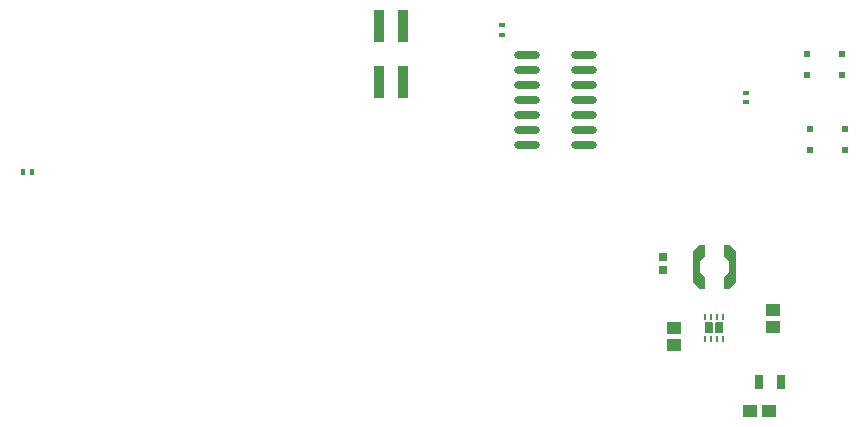
<source format=gtp>
G04*
G04 #@! TF.GenerationSoftware,Altium Limited,Altium Designer,25.8.1 (18)*
G04*
G04 Layer_Color=8421504*
%FSLAX44Y44*%
%MOMM*%
G71*
G04*
G04 #@! TF.SameCoordinates,0E36A995-5994-4D59-ADB7-A1CD213CA6DD*
G04*
G04*
G04 #@! TF.FilePolarity,Positive*
G04*
G01*
G75*
%ADD15R,0.4000X0.5000*%
%ADD16R,0.5500X0.6000*%
%ADD17R,1.3082X1.0057*%
%ADD18R,1.1581X1.0121*%
G04:AMPARAMS|DCode=19|XSize=0.5mm|YSize=0.25mm|CornerRadius=0.05mm|HoleSize=0mm|Usage=FLASHONLY|Rotation=90.000|XOffset=0mm|YOffset=0mm|HoleType=Round|Shape=RoundedRectangle|*
%AMROUNDEDRECTD19*
21,1,0.5000,0.1500,0,0,90.0*
21,1,0.4000,0.2500,0,0,90.0*
1,1,0.1000,0.0750,0.2000*
1,1,0.1000,0.0750,-0.2000*
1,1,0.1000,-0.0750,-0.2000*
1,1,0.1000,-0.0750,0.2000*
%
%ADD19ROUNDEDRECTD19*%
%ADD20R,0.5000X0.4000*%
%ADD21O,2.2000X0.6000*%
%ADD22R,0.7000X1.1500*%
%ADD23R,0.7500X0.6500*%
%ADD24R,0.8900X2.7500*%
G36*
X1586985Y737630D02*
X1586886D01*
X1586702Y737706D01*
X1586561Y737847D01*
X1586485Y738030D01*
Y738130D01*
D01*
Y746130D01*
Y746229D01*
X1586561Y746413D01*
X1586702Y746554D01*
X1586886Y746630D01*
X1586985D01*
D01*
X1592985D01*
X1593084D01*
X1593268Y746554D01*
X1593409Y746413D01*
X1593485Y746229D01*
Y746130D01*
D01*
Y738130D01*
Y738030D01*
X1593409Y737847D01*
X1593268Y737706D01*
X1593084Y737630D01*
X1592985D01*
D01*
X1586985D01*
D02*
G37*
G36*
X1595985D02*
X1595885D01*
X1595702Y737706D01*
X1595561Y737847D01*
X1595485Y738030D01*
Y738130D01*
D01*
Y746130D01*
Y746229D01*
X1595561Y746413D01*
X1595702Y746554D01*
X1595885Y746630D01*
X1595985D01*
D01*
X1601985D01*
X1602085D01*
X1602268Y746554D01*
X1602409Y746413D01*
X1602485Y746229D01*
Y746130D01*
D01*
Y738130D01*
Y738030D01*
X1602409Y737847D01*
X1602268Y737706D01*
X1602085Y737630D01*
X1601985D01*
D01*
X1595985D01*
D02*
G37*
G36*
X1586862Y802707D02*
X1582363Y798262D01*
Y789452D01*
X1586862Y785007D01*
Y775357D01*
X1581613D01*
X1576363Y780607D01*
Y807107D01*
X1581613Y812357D01*
X1586862D01*
Y802707D01*
D02*
G37*
G36*
X1613362Y807107D02*
Y780607D01*
X1608113Y775357D01*
X1602863D01*
Y785007D01*
X1607363Y789452D01*
Y798262D01*
X1602863Y802707D01*
Y812357D01*
X1608113D01*
X1613362Y807107D01*
D02*
G37*
D15*
X1017460Y873760D02*
D03*
X1009460D02*
D03*
D16*
X1675620Y910700D02*
D03*
X1673080Y974200D02*
D03*
X1705120Y892700D02*
D03*
Y910700D02*
D03*
X1675620Y892700D02*
D03*
X1702580Y956200D02*
D03*
Y974200D02*
D03*
X1673080Y956200D02*
D03*
D17*
X1644015Y742488D02*
D03*
X1560195Y741772D02*
D03*
X1644015Y757012D02*
D03*
X1560195Y727248D02*
D03*
D18*
X1641240Y671830D02*
D03*
X1625200D02*
D03*
D19*
X1586985Y732630D02*
D03*
X1596985Y751630D02*
D03*
X1591985Y732630D02*
D03*
X1596985D02*
D03*
X1601985D02*
D03*
Y751630D02*
D03*
X1591985D02*
D03*
X1586985D02*
D03*
D20*
X1621790Y933260D02*
D03*
X1414780Y998410D02*
D03*
X1621790Y941260D02*
D03*
X1414780Y990410D02*
D03*
D21*
X1484500Y972820D02*
D03*
X1436500D02*
D03*
Y960120D02*
D03*
Y947420D02*
D03*
Y934720D02*
D03*
Y922020D02*
D03*
Y909320D02*
D03*
Y896620D02*
D03*
X1484500Y947420D02*
D03*
Y934720D02*
D03*
Y922020D02*
D03*
Y909320D02*
D03*
Y896620D02*
D03*
Y960120D02*
D03*
D22*
X1651610Y695960D02*
D03*
X1632610D02*
D03*
D23*
X1551305Y802240D02*
D03*
Y791240D02*
D03*
D24*
X1310800Y950340D02*
D03*
Y997840D02*
D03*
X1330800Y950340D02*
D03*
Y997840D02*
D03*
M02*

</source>
